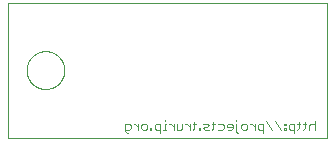
<source format=gbo>
G75*
%MOIN*%
%OFA0B0*%
%FSLAX25Y25*%
%IPPOS*%
%LPD*%
%AMOC8*
5,1,8,0,0,1.08239X$1,22.5*
%
%ADD10C,0.00000*%
%ADD11C,0.00300*%
D10*
X0009000Y0009000D02*
X0009000Y0053961D01*
X0115201Y0053961D01*
X0115201Y0009000D01*
X0009000Y0009000D01*
X0015201Y0031500D02*
X0015203Y0031658D01*
X0015209Y0031816D01*
X0015219Y0031974D01*
X0015233Y0032132D01*
X0015251Y0032289D01*
X0015272Y0032446D01*
X0015298Y0032602D01*
X0015328Y0032758D01*
X0015361Y0032913D01*
X0015399Y0033066D01*
X0015440Y0033219D01*
X0015485Y0033371D01*
X0015534Y0033522D01*
X0015587Y0033671D01*
X0015643Y0033819D01*
X0015703Y0033965D01*
X0015767Y0034110D01*
X0015835Y0034253D01*
X0015906Y0034395D01*
X0015980Y0034535D01*
X0016058Y0034672D01*
X0016140Y0034808D01*
X0016224Y0034942D01*
X0016313Y0035073D01*
X0016404Y0035202D01*
X0016499Y0035329D01*
X0016596Y0035454D01*
X0016697Y0035576D01*
X0016801Y0035695D01*
X0016908Y0035812D01*
X0017018Y0035926D01*
X0017131Y0036037D01*
X0017246Y0036146D01*
X0017364Y0036251D01*
X0017485Y0036353D01*
X0017608Y0036453D01*
X0017734Y0036549D01*
X0017862Y0036642D01*
X0017992Y0036732D01*
X0018125Y0036818D01*
X0018260Y0036902D01*
X0018396Y0036981D01*
X0018535Y0037058D01*
X0018676Y0037130D01*
X0018818Y0037200D01*
X0018962Y0037265D01*
X0019108Y0037327D01*
X0019255Y0037385D01*
X0019404Y0037440D01*
X0019554Y0037491D01*
X0019705Y0037538D01*
X0019857Y0037581D01*
X0020010Y0037620D01*
X0020165Y0037656D01*
X0020320Y0037687D01*
X0020476Y0037715D01*
X0020632Y0037739D01*
X0020789Y0037759D01*
X0020947Y0037775D01*
X0021104Y0037787D01*
X0021263Y0037795D01*
X0021421Y0037799D01*
X0021579Y0037799D01*
X0021737Y0037795D01*
X0021896Y0037787D01*
X0022053Y0037775D01*
X0022211Y0037759D01*
X0022368Y0037739D01*
X0022524Y0037715D01*
X0022680Y0037687D01*
X0022835Y0037656D01*
X0022990Y0037620D01*
X0023143Y0037581D01*
X0023295Y0037538D01*
X0023446Y0037491D01*
X0023596Y0037440D01*
X0023745Y0037385D01*
X0023892Y0037327D01*
X0024038Y0037265D01*
X0024182Y0037200D01*
X0024324Y0037130D01*
X0024465Y0037058D01*
X0024604Y0036981D01*
X0024740Y0036902D01*
X0024875Y0036818D01*
X0025008Y0036732D01*
X0025138Y0036642D01*
X0025266Y0036549D01*
X0025392Y0036453D01*
X0025515Y0036353D01*
X0025636Y0036251D01*
X0025754Y0036146D01*
X0025869Y0036037D01*
X0025982Y0035926D01*
X0026092Y0035812D01*
X0026199Y0035695D01*
X0026303Y0035576D01*
X0026404Y0035454D01*
X0026501Y0035329D01*
X0026596Y0035202D01*
X0026687Y0035073D01*
X0026776Y0034942D01*
X0026860Y0034808D01*
X0026942Y0034672D01*
X0027020Y0034535D01*
X0027094Y0034395D01*
X0027165Y0034253D01*
X0027233Y0034110D01*
X0027297Y0033965D01*
X0027357Y0033819D01*
X0027413Y0033671D01*
X0027466Y0033522D01*
X0027515Y0033371D01*
X0027560Y0033219D01*
X0027601Y0033066D01*
X0027639Y0032913D01*
X0027672Y0032758D01*
X0027702Y0032602D01*
X0027728Y0032446D01*
X0027749Y0032289D01*
X0027767Y0032132D01*
X0027781Y0031974D01*
X0027791Y0031816D01*
X0027797Y0031658D01*
X0027799Y0031500D01*
X0027797Y0031342D01*
X0027791Y0031184D01*
X0027781Y0031026D01*
X0027767Y0030868D01*
X0027749Y0030711D01*
X0027728Y0030554D01*
X0027702Y0030398D01*
X0027672Y0030242D01*
X0027639Y0030087D01*
X0027601Y0029934D01*
X0027560Y0029781D01*
X0027515Y0029629D01*
X0027466Y0029478D01*
X0027413Y0029329D01*
X0027357Y0029181D01*
X0027297Y0029035D01*
X0027233Y0028890D01*
X0027165Y0028747D01*
X0027094Y0028605D01*
X0027020Y0028465D01*
X0026942Y0028328D01*
X0026860Y0028192D01*
X0026776Y0028058D01*
X0026687Y0027927D01*
X0026596Y0027798D01*
X0026501Y0027671D01*
X0026404Y0027546D01*
X0026303Y0027424D01*
X0026199Y0027305D01*
X0026092Y0027188D01*
X0025982Y0027074D01*
X0025869Y0026963D01*
X0025754Y0026854D01*
X0025636Y0026749D01*
X0025515Y0026647D01*
X0025392Y0026547D01*
X0025266Y0026451D01*
X0025138Y0026358D01*
X0025008Y0026268D01*
X0024875Y0026182D01*
X0024740Y0026098D01*
X0024604Y0026019D01*
X0024465Y0025942D01*
X0024324Y0025870D01*
X0024182Y0025800D01*
X0024038Y0025735D01*
X0023892Y0025673D01*
X0023745Y0025615D01*
X0023596Y0025560D01*
X0023446Y0025509D01*
X0023295Y0025462D01*
X0023143Y0025419D01*
X0022990Y0025380D01*
X0022835Y0025344D01*
X0022680Y0025313D01*
X0022524Y0025285D01*
X0022368Y0025261D01*
X0022211Y0025241D01*
X0022053Y0025225D01*
X0021896Y0025213D01*
X0021737Y0025205D01*
X0021579Y0025201D01*
X0021421Y0025201D01*
X0021263Y0025205D01*
X0021104Y0025213D01*
X0020947Y0025225D01*
X0020789Y0025241D01*
X0020632Y0025261D01*
X0020476Y0025285D01*
X0020320Y0025313D01*
X0020165Y0025344D01*
X0020010Y0025380D01*
X0019857Y0025419D01*
X0019705Y0025462D01*
X0019554Y0025509D01*
X0019404Y0025560D01*
X0019255Y0025615D01*
X0019108Y0025673D01*
X0018962Y0025735D01*
X0018818Y0025800D01*
X0018676Y0025870D01*
X0018535Y0025942D01*
X0018396Y0026019D01*
X0018260Y0026098D01*
X0018125Y0026182D01*
X0017992Y0026268D01*
X0017862Y0026358D01*
X0017734Y0026451D01*
X0017608Y0026547D01*
X0017485Y0026647D01*
X0017364Y0026749D01*
X0017246Y0026854D01*
X0017131Y0026963D01*
X0017018Y0027074D01*
X0016908Y0027188D01*
X0016801Y0027305D01*
X0016697Y0027424D01*
X0016596Y0027546D01*
X0016499Y0027671D01*
X0016404Y0027798D01*
X0016313Y0027927D01*
X0016224Y0028058D01*
X0016140Y0028192D01*
X0016058Y0028328D01*
X0015980Y0028465D01*
X0015906Y0028605D01*
X0015835Y0028747D01*
X0015767Y0028890D01*
X0015703Y0029035D01*
X0015643Y0029181D01*
X0015587Y0029329D01*
X0015534Y0029478D01*
X0015485Y0029629D01*
X0015440Y0029781D01*
X0015399Y0029934D01*
X0015361Y0030087D01*
X0015328Y0030242D01*
X0015298Y0030398D01*
X0015272Y0030554D01*
X0015251Y0030711D01*
X0015233Y0030868D01*
X0015219Y0031026D01*
X0015209Y0031184D01*
X0015203Y0031342D01*
X0015201Y0031500D01*
D11*
X0048029Y0013585D02*
X0049481Y0013585D01*
X0049964Y0013101D01*
X0049964Y0012134D01*
X0049481Y0011650D01*
X0048029Y0011650D01*
X0048029Y0011166D02*
X0048029Y0013585D01*
X0050968Y0013585D02*
X0051452Y0013585D01*
X0052420Y0012617D01*
X0052420Y0011650D02*
X0052420Y0013585D01*
X0053431Y0013101D02*
X0053915Y0013585D01*
X0054882Y0013585D01*
X0055366Y0013101D01*
X0055366Y0012134D01*
X0054882Y0011650D01*
X0053915Y0011650D01*
X0053431Y0012134D01*
X0053431Y0013101D01*
X0056356Y0012134D02*
X0056356Y0011650D01*
X0056839Y0011650D01*
X0056839Y0012134D01*
X0056356Y0012134D01*
X0057851Y0012134D02*
X0058335Y0011650D01*
X0059786Y0011650D01*
X0060783Y0011650D02*
X0061750Y0011650D01*
X0061267Y0011650D02*
X0061267Y0013585D01*
X0061750Y0013585D01*
X0062755Y0013585D02*
X0063238Y0013585D01*
X0064206Y0012617D01*
X0064206Y0011650D02*
X0064206Y0013585D01*
X0065217Y0013585D02*
X0065217Y0011650D01*
X0066669Y0011650D01*
X0067152Y0012134D01*
X0067152Y0013585D01*
X0068156Y0013585D02*
X0068640Y0013585D01*
X0069608Y0012617D01*
X0069608Y0011650D02*
X0069608Y0013585D01*
X0070605Y0013585D02*
X0071572Y0013585D01*
X0071088Y0014069D02*
X0071088Y0012134D01*
X0070605Y0011650D01*
X0072562Y0011650D02*
X0072562Y0012134D01*
X0073045Y0012134D01*
X0073045Y0011650D01*
X0072562Y0011650D01*
X0074057Y0012134D02*
X0074541Y0012617D01*
X0075508Y0012617D01*
X0075992Y0013101D01*
X0075508Y0013585D01*
X0074057Y0013585D01*
X0074057Y0012134D02*
X0074541Y0011650D01*
X0075992Y0011650D01*
X0076989Y0011650D02*
X0077472Y0012134D01*
X0077472Y0014069D01*
X0076989Y0013585D02*
X0077956Y0013585D01*
X0078968Y0013585D02*
X0080419Y0013585D01*
X0080903Y0013101D01*
X0080903Y0012134D01*
X0080419Y0011650D01*
X0078968Y0011650D01*
X0081914Y0012617D02*
X0083849Y0012617D01*
X0083849Y0012134D02*
X0083849Y0013101D01*
X0083365Y0013585D01*
X0082398Y0013585D01*
X0081914Y0013101D01*
X0081914Y0012617D01*
X0082398Y0011650D02*
X0083365Y0011650D01*
X0083849Y0012134D01*
X0084846Y0011166D02*
X0084846Y0013585D01*
X0086825Y0013101D02*
X0087309Y0013585D01*
X0088276Y0013585D01*
X0088760Y0013101D01*
X0088760Y0012134D01*
X0088276Y0011650D01*
X0087309Y0011650D01*
X0086825Y0012134D01*
X0086825Y0013101D01*
X0084846Y0014552D02*
X0084846Y0015036D01*
X0089764Y0013585D02*
X0090248Y0013585D01*
X0091215Y0012617D01*
X0091215Y0011650D02*
X0091215Y0013585D01*
X0092227Y0013101D02*
X0092227Y0012134D01*
X0092711Y0011650D01*
X0094162Y0011650D01*
X0094162Y0010683D02*
X0094162Y0013585D01*
X0092711Y0013585D01*
X0092227Y0013101D01*
X0095174Y0014552D02*
X0097109Y0011650D01*
X0100055Y0011650D02*
X0098120Y0014552D01*
X0101045Y0013585D02*
X0101045Y0013101D01*
X0101528Y0013101D01*
X0101528Y0013585D01*
X0101045Y0013585D01*
X0101045Y0012134D02*
X0101045Y0011650D01*
X0101528Y0011650D01*
X0101528Y0012134D01*
X0101045Y0012134D01*
X0102540Y0012134D02*
X0103024Y0011650D01*
X0104475Y0011650D01*
X0105472Y0011650D02*
X0105955Y0012134D01*
X0105955Y0014069D01*
X0105472Y0013585D02*
X0106439Y0013585D01*
X0107436Y0013585D02*
X0108403Y0013585D01*
X0107920Y0014069D02*
X0107920Y0012134D01*
X0107436Y0011650D01*
X0109415Y0011650D02*
X0109415Y0013101D01*
X0109899Y0013585D01*
X0110866Y0013585D01*
X0111350Y0013101D01*
X0111350Y0014552D02*
X0111350Y0011650D01*
X0104475Y0010683D02*
X0104475Y0013585D01*
X0103024Y0013585D01*
X0102540Y0013101D01*
X0102540Y0012134D01*
X0085814Y0010683D02*
X0085330Y0010683D01*
X0084846Y0011166D01*
X0061267Y0014552D02*
X0061267Y0015036D01*
X0059786Y0013585D02*
X0058335Y0013585D01*
X0057851Y0013101D01*
X0057851Y0012134D01*
X0059786Y0010683D02*
X0059786Y0013585D01*
X0048997Y0010683D02*
X0048513Y0010683D01*
X0048029Y0011166D01*
M02*

</source>
